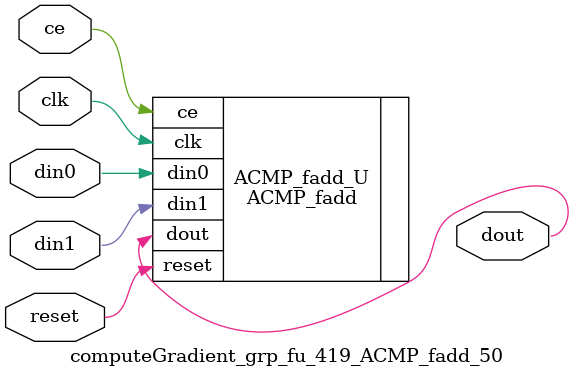
<source format=v>

`timescale 1 ns / 1 ps
module computeGradient_grp_fu_419_ACMP_fadd_50(
    clk,
    reset,
    ce,
    din0,
    din1,
    dout);

parameter ID = 32'd1;
parameter NUM_STAGE = 32'd1;
parameter din0_WIDTH = 32'd1;
parameter din1_WIDTH = 32'd1;
parameter dout_WIDTH = 32'd1;
input clk;
input reset;
input ce;
input[din0_WIDTH - 1:0] din0;
input[din1_WIDTH - 1:0] din1;
output[dout_WIDTH - 1:0] dout;



ACMP_fadd #(
.ID( ID ),
.NUM_STAGE( 4 ),
.din0_WIDTH( din0_WIDTH ),
.din1_WIDTH( din1_WIDTH ),
.dout_WIDTH( dout_WIDTH ))
ACMP_fadd_U(
    .clk( clk ),
    .reset( reset ),
    .ce( ce ),
    .din0( din0 ),
    .din1( din1 ),
    .dout( dout ));

endmodule

</source>
